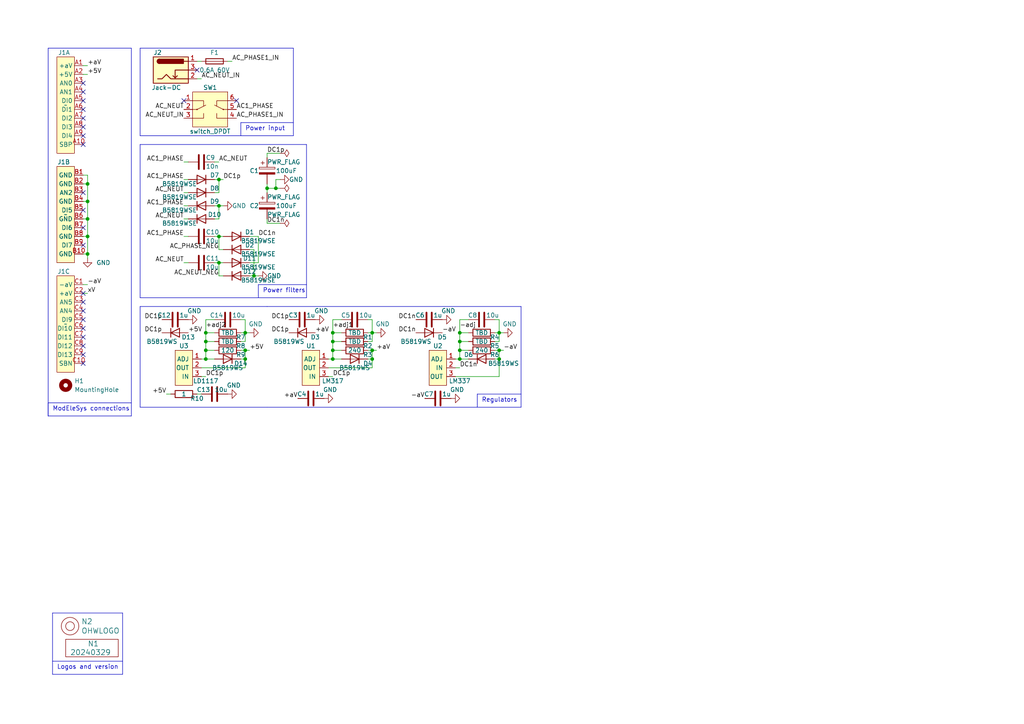
<source format=kicad_sch>
(kicad_sch (version 20230121) (generator eeschema)
  (paper "A4")
  (lib_symbols
    (symbol "Connector:Barrel_Jack_Switch" (pin_names hide)
      (property "Reference" "J" (at 0 5.334 0))
      (property "Value" "Barrel_Jack_Switch" (at 0 -5.08 0))
      (symbol "Barrel_Jack_Switch_0_1"
        (rectangle (start -5.08 3.81) (end 5.08 -3.81) (stroke (width 0.254)) (fill (type background)))
        (arc (start -3.302 3.175) (mid -3.9343 2.54) (end -3.302 1.905) (stroke (width 0.254)))
        (arc (start -3.302 3.175) (mid -3.9343 2.54) (end -3.302 1.905) (stroke (width 0.254)) (fill (type outline)))
        (polyline (pts (xy 1.27 -2.286) (xy 1.905 -1.651)) (stroke (width 0.254)))
        (polyline (pts (xy 5.08 2.54) (xy 3.81 2.54)) (stroke (width 0.254)))
        (polyline (pts (xy 5.08 0) (xy 1.27 0) (xy 1.27 -2.286) (xy 0.635 -1.651)) (stroke (width 0.254)))
        (polyline (pts (xy -3.81 -2.54) (xy -2.54 -2.54) (xy -1.27 -1.27) (xy 0 -2.54) (xy 2.54 -2.54) (xy 5.08 -2.54)) (stroke (width 0.254)))
        (rectangle (start 3.683 3.175) (end -3.302 1.905) (stroke (width 0.254)) (fill (type outline)))
      )
      (symbol "Barrel_Jack_Switch_1_1"
        (pin passive line (at 7.62 2.54 180) (length 2.54) (name "~") (number "1"))
        (pin passive line (at 7.62 -2.54 180) (length 2.54) (name "~") (number "2"))
        (pin passive line (at 7.62 0 180) (length 2.54) (name "~") (number "3"))
      )
    )
    (symbol "Device:C" (pin_numbers hide) (pin_names (offset 0.254))
      (property "Reference" "C" (at 0.635 2.54 0))
      (property "Value" "C" (at 0.635 -2.54 0))
      (symbol "C_0_1"
        (polyline (pts (xy -2.032 -0.762) (xy 2.032 -0.762)) (stroke (width 0.508)))
        (polyline (pts (xy -2.032 0.762) (xy 2.032 0.762)) (stroke (width 0.508)))
      )
      (symbol "C_1_1"
        (pin passive line (at 0 3.81 270) (length 2.794) (name "~") (number "1"))
        (pin passive line (at 0 -3.81 90) (length 2.794) (name "~") (number "2"))
      )
    )
    (symbol "Device:C_Polarized" (pin_numbers hide) (pin_names (offset 0.254))
      (property "Reference" "C" (at 0.635 2.54 0))
      (property "Value" "C_Polarized" (at 0.635 -2.54 0))
      (symbol "C_Polarized_0_1"
        (rectangle (start -2.286 0.508) (end 2.286 1.016))
        (polyline (pts (xy -1.778 2.286) (xy -0.762 2.286)))
        (polyline (pts (xy -1.27 2.794) (xy -1.27 1.778)))
        (rectangle (start 2.286 -0.508) (end -2.286 -1.016) (fill (type outline)))
      )
      (symbol "C_Polarized_1_1"
        (pin passive line (at 0 3.81 270) (length 2.794) (name "~") (number "1"))
        (pin passive line (at 0 -3.81 90) (length 2.794) (name "~") (number "2"))
      )
    )
    (symbol "Device:D" (pin_numbers hide) (pin_names (offset 1.016) hide)
      (property "Reference" "D" (at 0 2.54 0))
      (property "Value" "D" (at 0 -2.54 0))
      (symbol "D_0_1"
        (polyline (pts (xy -1.27 1.27) (xy -1.27 -1.27)) (stroke (width 0.254)))
        (polyline (pts (xy 1.27 0) (xy -1.27 0)))
        (polyline (pts (xy 1.27 1.27) (xy 1.27 -1.27) (xy -1.27 0) (xy 1.27 1.27)) (stroke (width 0.254)))
      )
      (symbol "D_1_1"
        (pin passive line (at -3.81 0 0) (length 2.54) (name "K") (number "1"))
        (pin passive line (at 3.81 0 180) (length 2.54) (name "A") (number "2"))
      )
    )
    (symbol "Device:Fuse" (pin_numbers hide) (pin_names (offset 0))
      (property "Reference" "F" (at 2.032 0 90))
      (property "Value" "Fuse" (at -1.905 0 90))
      (symbol "Fuse_0_1"
        (rectangle (start -0.762 -2.54) (end 0.762 2.54) (stroke (width 0.254)))
        (polyline (pts (xy 0 2.54) (xy 0 -2.54)))
      )
      (symbol "Fuse_1_1"
        (pin passive line (at 0 3.81 270) (length 1.27) (name "~") (number "1"))
        (pin passive line (at 0 -3.81 90) (length 1.27) (name "~") (number "2"))
      )
    )
    (symbol "Device:R" (pin_numbers hide) (pin_names (offset 0))
      (property "Reference" "R" (at 2.032 0 90))
      (property "Value" "R" (at 0 0 90))
      (symbol "R_0_1"
        (rectangle (start -1.016 -2.54) (end 1.016 2.54) (stroke (width 0.254)))
      )
      (symbol "R_1_1"
        (pin passive line (at 0 3.81 270) (length 1.27) (name "~") (number "1"))
        (pin passive line (at 0 -3.81 90) (length 1.27) (name "~") (number "2"))
      )
    )
    (symbol "Mechanical:MountingHole" (pin_names (offset 1.016))
      (property "Reference" "H" (at 0 5.08 0))
      (property "Value" "MountingHole" (at 0 3.175 0))
      (symbol "MountingHole_0_1"
        (circle (center 0 0) (radius 1.27) (stroke (width 1.27)))
      )
    )
    (symbol "SquMes_30pin_1"
      (property "Reference" "J" (at 0 15.24 0))
      (symbol "SquMes_30pin_1_1_1"
        (rectangle (start -2.54 13.97) (end 2.54 -13.97) (fill (type background)))
        (pin passive line (at -5.08 11.43 0) (length 2.54) (name "+aV") (number "A1"))
        (pin passive line (at -5.08 -11.43 0) (length 2.54) (name "SBP") (number "A10"))
        (pin passive line (at -5.08 8.89 0) (length 2.54) (name "+5V") (number "A2"))
        (pin passive line (at -5.08 6.35 0) (length 2.54) (name "AN0") (number "A3"))
        (pin passive line (at -5.08 3.81 0) (length 2.54) (name "AN1") (number "A4"))
        (pin passive line (at -5.08 1.27 0) (length 2.54) (name "DI0") (number "A5"))
        (pin passive line (at -5.08 -1.27 0) (length 2.54) (name "DI1") (number "A6"))
        (pin passive line (at -5.08 -3.81 0) (length 2.54) (name "DI2") (number "A7"))
        (pin passive line (at -5.08 -6.35 0) (length 2.54) (name "DI3") (number "A8"))
        (pin passive line (at -5.08 -8.89 0) (length 2.54) (name "DI4") (number "A9"))
      )
      (symbol "SquMes_30pin_1_2_1"
        (rectangle (start -2.54 13.97) (end 2.54 -13.97) (fill (type background)))
        (pin passive line (at -5.08 11.43 0) (length 2.54) (name "GND") (number "B1"))
        (pin passive line (at -5.08 -11.43 0) (length 2.54) (name "GND") (number "B10"))
        (pin passive line (at -5.08 8.89 0) (length 2.54) (name "GND") (number "B2"))
        (pin passive line (at -5.08 6.35 0) (length 2.54) (name "AN2") (number "B3"))
        (pin passive line (at -5.08 3.81 0) (length 2.54) (name "GND") (number "B4"))
        (pin passive line (at -5.08 1.27 0) (length 2.54) (name "DI5") (number "B5"))
        (pin passive line (at -5.08 -1.27 0) (length 2.54) (name "GND") (number "B6"))
        (pin passive line (at -5.08 -3.81 0) (length 2.54) (name "DI6") (number "B7"))
        (pin passive line (at -5.08 -6.35 0) (length 2.54) (name "GND") (number "B8"))
        (pin passive line (at -5.08 -8.89 0) (length 2.54) (name "DI7") (number "B9"))
      )
      (symbol "SquMes_30pin_1_3_1"
        (rectangle (start -2.54 13.97) (end 2.54 -13.97) (fill (type background)))
        (pin passive line (at -5.08 11.43 0) (length 2.54) (name "-aV") (number "C1"))
        (pin passive line (at -5.08 -11.43 0) (length 2.54) (name "SBN") (number "C10"))
        (pin passive line (at -5.08 8.89 0) (length 2.54) (name "+aV") (number "C2"))
        (pin passive line (at -5.08 6.35 0) (length 2.54) (name "AN5") (number "C3"))
        (pin passive line (at -5.08 3.81 0) (length 2.54) (name "AN4") (number "C4"))
        (pin passive line (at -5.08 1.27 0) (length 2.54) (name "DI9") (number "C5"))
        (pin passive line (at -5.08 -1.27 0) (length 2.54) (name "DI10") (number "C6"))
        (pin passive line (at -5.08 -3.81 0) (length 2.54) (name "DI11") (number "C7"))
        (pin passive line (at -5.08 -6.35 0) (length 2.54) (name "DI12") (number "C8"))
        (pin passive line (at -5.08 -8.89 0) (length 2.54) (name "DI13") (number "C9"))
      )
    )
    (symbol "SquMes_30pin_2"
      (property "Reference" "J" (at 0 15.24 0))
      (symbol "SquMes_30pin_2_1_1"
        (rectangle (start -2.54 13.97) (end 2.54 -13.97) (fill (type background)))
        (pin passive line (at -5.08 11.43 0) (length 2.54) (name "+aV") (number "A1"))
        (pin passive line (at -5.08 -11.43 0) (length 2.54) (name "SBP") (number "A10"))
        (pin passive line (at -5.08 8.89 0) (length 2.54) (name "+5V") (number "A2"))
        (pin passive line (at -5.08 6.35 0) (length 2.54) (name "AN0") (number "A3"))
        (pin passive line (at -5.08 3.81 0) (length 2.54) (name "AN1") (number "A4"))
        (pin passive line (at -5.08 1.27 0) (length 2.54) (name "DI0") (number "A5"))
        (pin passive line (at -5.08 -1.27 0) (length 2.54) (name "DI1") (number "A6"))
        (pin passive line (at -5.08 -3.81 0) (length 2.54) (name "DI2") (number "A7"))
        (pin passive line (at -5.08 -6.35 0) (length 2.54) (name "DI3") (number "A8"))
        (pin passive line (at -5.08 -8.89 0) (length 2.54) (name "DI4") (number "A9"))
      )
      (symbol "SquMes_30pin_2_2_1"
        (rectangle (start -2.54 13.97) (end 2.54 -13.97) (fill (type background)))
        (pin passive line (at -5.08 11.43 0) (length 2.54) (name "GND") (number "B1"))
        (pin passive line (at -5.08 -11.43 0) (length 2.54) (name "GND") (number "B10"))
        (pin passive line (at -5.08 8.89 0) (length 2.54) (name "GND") (number "B2"))
        (pin passive line (at -5.08 6.35 0) (length 2.54) (name "AN2") (number "B3"))
        (pin passive line (at -5.08 3.81 0) (length 2.54) (name "GND") (number "B4"))
        (pin passive line (at -5.08 1.27 0) (length 2.54) (name "DI5") (number "B5"))
        (pin passive line (at -5.08 -1.27 0) (length 2.54) (name "GND") (number "B6"))
        (pin passive line (at -5.08 -3.81 0) (length 2.54) (name "DI6") (number "B7"))
        (pin passive line (at -5.08 -6.35 0) (length 2.54) (name "GND") (number "B8"))
        (pin passive line (at -5.08 -8.89 0) (length 2.54) (name "DI7") (number "B9"))
      )
      (symbol "SquMes_30pin_2_3_1"
        (rectangle (start -2.54 13.97) (end 2.54 -13.97) (fill (type background)))
        (pin passive line (at -5.08 11.43 0) (length 2.54) (name "-aV") (number "C1"))
        (pin passive line (at -5.08 -11.43 0) (length 2.54) (name "SBN") (number "C10"))
        (pin passive line (at -5.08 8.89 0) (length 2.54) (name "+aV") (number "C2"))
        (pin passive line (at -5.08 6.35 0) (length 2.54) (name "AN5") (number "C3"))
        (pin passive line (at -5.08 3.81 0) (length 2.54) (name "AN4") (number "C4"))
        (pin passive line (at -5.08 1.27 0) (length 2.54) (name "DI9") (number "C5"))
        (pin passive line (at -5.08 -1.27 0) (length 2.54) (name "DI10") (number "C6"))
        (pin passive line (at -5.08 -3.81 0) (length 2.54) (name "DI11") (number "C7"))
        (pin passive line (at -5.08 -6.35 0) (length 2.54) (name "DI12") (number "C8"))
        (pin passive line (at -5.08 -8.89 0) (length 2.54) (name "DI13") (number "C9"))
      )
    )
    (symbol "SquantorConnectorsNamed:SquMes_30pin"
      (property "Reference" "J" (at 0 15.24 0))
      (symbol "SquMes_30pin_1_1"
        (rectangle (start -2.54 13.97) (end 2.54 -13.97) (fill (type background)))
        (pin passive line (at -5.08 11.43 0) (length 2.54) (name "+aV") (number "A1"))
        (pin passive line (at -5.08 -11.43 0) (length 2.54) (name "SBP") (number "A10"))
        (pin passive line (at -5.08 8.89 0) (length 2.54) (name "+5V") (number "A2"))
        (pin passive line (at -5.08 6.35 0) (length 2.54) (name "AN0") (number "A3"))
        (pin passive line (at -5.08 3.81 0) (length 2.54) (name "AN1") (number "A4"))
        (pin passive line (at -5.08 1.27 0) (length 2.54) (name "DI0") (number "A5"))
        (pin passive line (at -5.08 -1.27 0) (length 2.54) (name "DI1") (number "A6"))
        (pin passive line (at -5.08 -3.81 0) (length 2.54) (name "DI2") (number "A7"))
        (pin passive line (at -5.08 -6.35 0) (length 2.54) (name "DI3") (number "A8"))
        (pin passive line (at -5.08 -8.89 0) (length 2.54) (name "DI4") (number "A9"))
      )
      (symbol "SquMes_30pin_2_1"
        (rectangle (start -2.54 13.97) (end 2.54 -13.97) (fill (type background)))
        (pin passive line (at -5.08 11.43 0) (length 2.54) (name "GND") (number "B1"))
        (pin passive line (at -5.08 -11.43 0) (length 2.54) (name "GND") (number "B10"))
        (pin passive line (at -5.08 8.89 0) (length 2.54) (name "GND") (number "B2"))
        (pin passive line (at -5.08 6.35 0) (length 2.54) (name "AN2") (number "B3"))
        (pin passive line (at -5.08 3.81 0) (length 2.54) (name "GND") (number "B4"))
        (pin passive line (at -5.08 1.27 0) (length 2.54) (name "DI5") (number "B5"))
        (pin passive line (at -5.08 -1.27 0) (length 2.54) (name "GND") (number "B6"))
        (pin passive line (at -5.08 -3.81 0) (length 2.54) (name "DI6") (number "B7"))
        (pin passive line (at -5.08 -6.35 0) (length 2.54) (name "GND") (number "B8"))
        (pin passive line (at -5.08 -8.89 0) (length 2.54) (name "DI7") (number "B9"))
      )
      (symbol "SquMes_30pin_3_1"
        (rectangle (start -2.54 13.97) (end 2.54 -13.97) (fill (type background)))
        (pin passive line (at -5.08 11.43 0) (length 2.54) (name "-aV") (number "C1"))
        (pin passive line (at -5.08 -11.43 0) (length 2.54) (name "SBN") (number "C10"))
        (pin passive line (at -5.08 8.89 0) (length 2.54) (name "+aV") (number "C2"))
        (pin passive line (at -5.08 6.35 0) (length 2.54) (name "AN5") (number "C3"))
        (pin passive line (at -5.08 3.81 0) (length 2.54) (name "AN4") (number "C4"))
        (pin passive line (at -5.08 1.27 0) (length 2.54) (name "DI9") (number "C5"))
        (pin passive line (at -5.08 -1.27 0) (length 2.54) (name "DI10") (number "C6"))
        (pin passive line (at -5.08 -3.81 0) (length 2.54) (name "DI11") (number "C7"))
        (pin passive line (at -5.08 -6.35 0) (length 2.54) (name "DI12") (number "C8"))
        (pin passive line (at -5.08 -8.89 0) (length 2.54) (name "DI13") (number "C9"))
      )
    )
    (symbol "SquantorGenericAnalog:LM317" (pin_names (offset 1.016))
      (property "Reference" "U" (at 0 6.35 0))
      (property "Value" "LM317" (at 0 -6.35 0))
      (symbol "LM317_0_1"
        (polyline (pts (xy -2.54 5.08) (xy -2.54 -5.08) (xy 2.54 -5.08) (xy 2.54 5.08) (xy -2.54 5.08)) (fill (type background)))
      )
      (symbol "LM317_1_1"
        (pin input line (at -5.08 2.54 0) (length 2.54) (name "ADJ") (number "1"))
        (pin power_out line (at -5.08 0 0) (length 2.54) (name "OUT") (number "2"))
        (pin power_in line (at -5.08 -2.54 0) (length 2.54) (name "IN") (number "3"))
      )
    )
    (symbol "SquantorGenericAnalog:LM337" (pin_names (offset 1.016))
      (property "Reference" "U" (at 0 6.35 0))
      (property "Value" "LM337" (at 0 -6.35 0))
      (symbol "LM337_0_1"
        (polyline (pts (xy -2.54 5.08) (xy -2.54 -5.08) (xy 2.54 -5.08) (xy 2.54 5.08) (xy -2.54 5.08)) (fill (type background)))
      )
      (symbol "LM337_1_1"
        (pin input line (at -5.08 2.54 0) (length 2.54) (name "ADJ") (number "1"))
        (pin power_in line (at -5.08 0 0) (length 2.54) (name "IN") (number "2"))
        (pin power_out line (at -5.08 -2.54 0) (length 2.54) (name "OUT") (number "3"))
      )
    )
    (symbol "SquantorLabels:OHWLOGO" (pin_names (offset 1.016))
      (property "Reference" "N" (at 0 3.81 0))
      (property "Value" "OHWLOGO" (at 0 -3.81 0))
      (symbol "OHWLOGO_0_1"
        (circle (center 0 0) (radius 1.27))
        (circle (center 0 0) (radius 2.54))
      )
    )
    (symbol "SquantorLabels:VYYYYMMDD" (pin_names (offset 1.016))
      (property "Reference" "N" (at 0 2.54 0))
      (property "Value" "VYYYYMMDD" (at 0 0 0))
      (symbol "VYYYYMMDD_0_1"
        (rectangle (start 7.62 -1.27) (end -7.62 3.81))
      )
    )
    (symbol "SquantorSwitches:switch_DPDT" (pin_names hide)
      (property "Reference" "SW" (at 0 12.7 0))
      (property "Value" "switch_DPDT" (at 0 -10.795 0))
      (symbol "switch_DPDT_0_1"
        (rectangle (start -5.08 5.08) (end 5.08 -5.08) (fill (type background)))
        (circle (center -3.81 0) (radius 0.127))
        (polyline (pts (xy 4.445 5.08) (xy 4.445 5.08)))
        (polyline (pts (xy -5.08 -2.54) (xy -1.905 -2.54) (xy -1.905 -1.143)))
        (polyline (pts (xy -5.08 0) (xy -3.81 0) (xy -1.27 1.27)))
        (polyline (pts (xy -5.08 2.54) (xy -1.905 2.54) (xy -1.905 1.016)))
        (polyline (pts (xy 5.08 -2.54) (xy 1.905 -2.54) (xy 1.905 -1.143)))
        (polyline (pts (xy 5.08 0) (xy 3.81 0) (xy 1.27 1.27)))
        (polyline (pts (xy 5.08 2.54) (xy 1.905 2.54) (xy 1.905 1.016)))
        (circle (center 3.81 0) (radius 0.127))
        (rectangle (start 5.08 5.08) (end 5.08 5.08) (fill (type background)))
      )
      (symbol "switch_DPDT_1_1"
        (pin passive line (at -7.62 2.54 0) (length 2.54) (name "SW1_P1") (number "1"))
        (pin passive line (at -7.62 0 0) (length 2.54) (name "SW1_C1") (number "2"))
        (pin passive line (at -7.62 -2.54 0) (length 2.54) (name "SW1_P2") (number "3"))
        (pin passive line (at 7.62 -2.54 180) (length 2.54) (name "SW2_P2") (number "4"))
        (pin passive line (at 7.62 0 180) (length 2.54) (name "SW2_C1") (number "5"))
        (pin passive line (at 7.62 2.54 180) (length 2.54) (name "SW2_P2") (number "6"))
      )
    )
    (symbol "power:GND" (power) (pin_names (offset 0))
      (property "Value" "GND" (at 0 -3.81 0))
      (symbol "GND_0_1"
        (polyline (pts (xy 0 0) (xy 0 -1.27) (xy 1.27 -1.27) (xy 0 -2.54) (xy -1.27 -1.27) (xy 0 -1.27)))
      )
      (symbol "GND_1_1"
        (pin power_in line (at 0 0 270) (length 0) hide (name "GND") (number "1"))
      )
    )
    (symbol "power:PWR_FLAG" (power) (pin_numbers hide) (pin_names (offset 0) hide)
      (property "Value" "PWR_FLAG" (at 0 3.81 0))
      (symbol "PWR_FLAG_0_0"
        (pin power_out line (at 0 0 90) (length 0) (name "pwr") (number "1"))
      )
      (symbol "PWR_FLAG_0_1"
        (polyline (pts (xy 0 0) (xy 0 1.27) (xy -1.016 1.905) (xy 0 2.54) (xy 1.016 1.905) (xy 0 1.27)))
      )
    )
  )
  (junction (at 107.95 101.6))
  (junction (at 71.12 101.6))
  (junction (at 107.95 96.52))
  (junction (at 59.69 96.52))
  (junction (at 25.4 53.34))
  (junction (at 73.66 80.01))
  (junction (at 133.35 101.6))
  (junction (at 144.78 96.52))
  (junction (at 63.5 52.07))
  (junction (at 25.4 58.42))
  (junction (at 59.69 99.06))
  (junction (at 96.52 99.06))
  (junction (at 77.47 54.61))
  (junction (at 63.5 76.2))
  (junction (at 80.01 54.61))
  (junction (at 63.5 68.58))
  (junction (at 144.78 101.6))
  (junction (at 133.35 96.52))
  (junction (at 144.78 104.14))
  (junction (at 25.4 68.58))
  (junction (at 59.69 104.14))
  (junction (at 71.12 96.52))
  (junction (at 133.35 104.14))
  (junction (at 107.95 104.14))
  (junction (at 59.69 101.6))
  (junction (at 63.5 59.69))
  (junction (at 96.52 96.52))
  (junction (at 133.35 99.06))
  (junction (at 25.4 73.66))
  (junction (at 96.52 101.6))
  (junction (at 96.52 104.14))
  (junction (at 71.12 104.14))
  (junction (at 25.4 63.5))
  (no_connect (at 24.13 60.96))
  (no_connect (at 24.13 34.29))
  (no_connect (at 24.13 36.83))
  (no_connect (at 24.13 29.21))
  (no_connect (at 24.13 41.91))
  (no_connect (at 68.58 29.21))
  (no_connect (at 24.13 31.75))
  (no_connect (at 24.13 24.13))
  (no_connect (at 24.13 55.88))
  (no_connect (at 24.13 66.04))
  (no_connect (at 57.15 20.32))
  (no_connect (at 24.13 100.33))
  (no_connect (at 24.13 97.79))
  (no_connect (at 24.13 95.25))
  (no_connect (at 24.13 26.67))
  (no_connect (at 24.13 90.17))
  (no_connect (at 24.13 71.12))
  (no_connect (at 24.13 105.41))
  (no_connect (at 24.13 39.37))
  (no_connect (at 24.13 92.71))
  (no_connect (at 53.34 29.21))
  (no_connect (at 24.13 87.63))
  (no_connect (at 24.13 102.87))
  (no_connect (at 24.13 85.09))
  (wire (pts (xy 62.23 92.71) (xy 59.69 92.71)))
  (polyline (pts (xy 13.97 116.84) (xy 13.97 120.65)))
  (wire (pts (xy 62.23 96.52) (xy 59.69 96.52)))
  (polyline (pts (xy 88.9 41.91) (xy 40.64 41.91)))
  (wire (pts (xy 71.12 104.14) (xy 71.12 101.6)))
  (wire (pts (xy 107.95 96.52) (xy 107.95 92.71)))
  (wire (pts (xy 53.34 52.07) (xy 54.61 52.07)))
  (wire (pts (xy 133.35 92.71) (xy 133.35 96.52)))
  (wire (pts (xy 77.47 54.61) (xy 80.01 54.61)))
  (wire (pts (xy 96.52 101.6) (xy 99.06 101.6)))
  (polyline (pts (xy 40.64 118.11) (xy 77.47 118.11)))
  (wire (pts (xy 71.12 99.06) (xy 71.12 96.52)))
  (wire (pts (xy 48.26 114.3) (xy 49.53 114.3)))
  (wire (pts (xy 106.68 101.6) (xy 107.95 101.6)))
  (wire (pts (xy 63.5 52.07) (xy 64.77 52.07)))
  (wire (pts (xy 99.06 104.14) (xy 96.52 104.14)))
  (wire (pts (xy 63.5 59.69) (xy 63.5 63.5)))
  (wire (pts (xy 71.12 96.52) (xy 71.12 92.71)))
  (wire (pts (xy 132.08 106.68) (xy 133.35 106.68)))
  (polyline (pts (xy 40.64 86.36) (xy 88.9 86.36)))
  (wire (pts (xy 77.47 44.45) (xy 77.47 45.72)))
  (wire (pts (xy 144.78 92.71) (xy 143.51 92.71)))
  (wire (pts (xy 107.95 92.71) (xy 106.68 92.71)))
  (wire (pts (xy 62.23 59.69) (xy 63.5 59.69)))
  (wire (pts (xy 24.13 21.59) (xy 25.4 21.59)))
  (wire (pts (xy 77.47 53.34) (xy 77.47 54.61)))
  (polyline (pts (xy 85.09 13.97) (xy 40.64 13.97)))
  (wire (pts (xy 133.35 99.06) (xy 133.35 101.6)))
  (wire (pts (xy 53.34 63.5) (xy 54.61 63.5)))
  (wire (pts (xy 71.12 101.6) (xy 72.39 101.6)))
  (wire (pts (xy 77.47 54.61) (xy 77.47 55.88)))
  (polyline (pts (xy 15.24 177.8) (xy 15.24 195.58)))
  (wire (pts (xy 77.47 63.5) (xy 77.47 64.77)))
  (wire (pts (xy 25.4 73.66) (xy 25.4 74.93)))
  (wire (pts (xy 59.69 99.06) (xy 59.69 101.6)))
  (polyline (pts (xy 35.56 177.8) (xy 15.24 177.8)))
  (wire (pts (xy 62.23 76.2) (xy 63.5 76.2)))
  (wire (pts (xy 53.34 59.69) (xy 54.61 59.69)))
  (wire (pts (xy 24.13 73.66) (xy 25.4 73.66)))
  (wire (pts (xy 25.4 68.58) (xy 25.4 73.66)))
  (polyline (pts (xy 88.9 86.36) (xy 88.9 41.91)))
  (wire (pts (xy 63.5 55.88) (xy 63.5 52.07)))
  (polyline (pts (xy 38.1 120.65) (xy 38.1 13.97)))
  (wire (pts (xy 144.78 101.6) (xy 146.05 101.6)))
  (wire (pts (xy 57.15 114.3) (xy 58.42 114.3)))
  (polyline (pts (xy 85.09 35.56) (xy 69.85 35.56)))
  (wire (pts (xy 58.42 109.22) (xy 59.69 109.22)))
  (wire (pts (xy 96.52 92.71) (xy 96.52 96.52)))
  (wire (pts (xy 63.5 68.58) (xy 63.5 72.39)))
  (wire (pts (xy 106.68 104.14) (xy 107.95 104.14)))
  (polyline (pts (xy 151.13 114.3) (xy 138.43 114.3)))
  (wire (pts (xy 71.12 92.71) (xy 69.85 92.71)))
  (wire (pts (xy 73.66 72.39) (xy 73.66 80.01)))
  (wire (pts (xy 62.23 104.14) (xy 59.69 104.14)))
  (wire (pts (xy 143.51 101.6) (xy 144.78 101.6)))
  (wire (pts (xy 99.06 92.71) (xy 96.52 92.71)))
  (wire (pts (xy 96.52 104.14) (xy 96.52 101.6)))
  (wire (pts (xy 99.06 96.52) (xy 96.52 96.52)))
  (wire (pts (xy 24.13 19.05) (xy 25.4 19.05)))
  (wire (pts (xy 64.77 80.01) (xy 63.5 80.01)))
  (wire (pts (xy 25.4 53.34) (xy 25.4 58.42)))
  (wire (pts (xy 25.4 63.5) (xy 25.4 68.58)))
  (wire (pts (xy 71.12 104.14) (xy 71.12 106.68)))
  (wire (pts (xy 63.5 59.69) (xy 64.77 59.69)))
  (polyline (pts (xy 13.97 120.65) (xy 38.1 120.65)))
  (wire (pts (xy 107.95 104.14) (xy 107.95 106.68)))
  (polyline (pts (xy 69.85 35.56) (xy 69.85 39.37)))
  (wire (pts (xy 24.13 85.09) (xy 25.4 85.09)))
  (wire (pts (xy 62.23 68.58) (xy 63.5 68.58)))
  (wire (pts (xy 95.25 104.14) (xy 96.52 104.14)))
  (wire (pts (xy 57.15 17.78) (xy 58.42 17.78)))
  (wire (pts (xy 72.39 72.39) (xy 73.66 72.39)))
  (polyline (pts (xy 40.64 41.91) (xy 40.64 86.36)))
  (polyline (pts (xy 151.13 88.9) (xy 151.13 118.11)))
  (wire (pts (xy 69.85 99.06) (xy 71.12 99.06)))
  (wire (pts (xy 107.95 101.6) (xy 109.22 101.6)))
  (polyline (pts (xy 40.64 88.9) (xy 40.64 118.11)))
  (wire (pts (xy 96.52 99.06) (xy 96.52 101.6)))
  (wire (pts (xy 24.13 58.42) (xy 25.4 58.42)))
  (wire (pts (xy 106.68 99.06) (xy 107.95 99.06)))
  (wire (pts (xy 24.13 50.8) (xy 25.4 50.8)))
  (wire (pts (xy 77.47 64.77) (xy 81.28 64.77)))
  (wire (pts (xy 25.4 58.42) (xy 25.4 63.5)))
  (wire (pts (xy 144.78 96.52) (xy 144.78 92.71)))
  (wire (pts (xy 107.95 104.14) (xy 107.95 101.6)))
  (polyline (pts (xy 77.47 88.9) (xy 40.64 88.9)))
  (wire (pts (xy 58.42 106.68) (xy 71.12 106.68)))
  (wire (pts (xy 135.89 96.52) (xy 133.35 96.52)))
  (polyline (pts (xy 138.43 114.3) (xy 138.43 118.11)))
  (wire (pts (xy 133.35 99.06) (xy 135.89 99.06)))
  (polyline (pts (xy 38.1 116.84) (xy 13.97 116.84)))
  (wire (pts (xy 59.69 101.6) (xy 62.23 101.6)))
  (wire (pts (xy 57.15 22.86) (xy 58.42 22.86)))
  (wire (pts (xy 144.78 99.06) (xy 144.78 96.52)))
  (wire (pts (xy 63.5 68.58) (xy 64.77 68.58)))
  (wire (pts (xy 63.5 76.2) (xy 64.77 76.2)))
  (wire (pts (xy 24.13 68.58) (xy 25.4 68.58)))
  (wire (pts (xy 132.08 104.14) (xy 133.35 104.14)))
  (wire (pts (xy 81.28 52.07) (xy 80.01 52.07)))
  (wire (pts (xy 25.4 50.8) (xy 25.4 53.34)))
  (wire (pts (xy 95.25 106.68) (xy 107.95 106.68)))
  (wire (pts (xy 143.51 99.06) (xy 144.78 99.06)))
  (wire (pts (xy 53.34 55.88) (xy 54.61 55.88)))
  (wire (pts (xy 132.08 109.22) (xy 144.78 109.22)))
  (polyline (pts (xy 77.47 88.9) (xy 151.13 88.9)))
  (polyline (pts (xy 85.09 39.37) (xy 85.09 13.97)))
  (wire (pts (xy 133.35 96.52) (xy 133.35 99.06)))
  (wire (pts (xy 135.89 92.71) (xy 133.35 92.71)))
  (wire (pts (xy 69.85 104.14) (xy 71.12 104.14)))
  (wire (pts (xy 63.5 80.01) (xy 63.5 76.2)))
  (wire (pts (xy 62.23 63.5) (xy 63.5 63.5)))
  (polyline (pts (xy 35.56 195.58) (xy 35.56 177.8)))
  (polyline (pts (xy 15.24 195.58) (xy 35.56 195.58)))
  (wire (pts (xy 74.93 68.58) (xy 74.93 76.2)))
  (polyline (pts (xy 13.97 13.97) (xy 13.97 120.65)))
  (wire (pts (xy 77.47 44.45) (xy 81.28 44.45)))
  (polyline (pts (xy 40.64 13.97) (xy 40.64 39.37)))
  (wire (pts (xy 144.78 104.14) (xy 144.78 101.6)))
  (wire (pts (xy 62.23 46.99) (xy 63.5 46.99)))
  (polyline (pts (xy 151.13 118.11) (xy 77.47 118.11)))
  (wire (pts (xy 69.85 96.52) (xy 71.12 96.52)))
  (wire (pts (xy 96.52 96.52) (xy 96.52 99.06)))
  (wire (pts (xy 107.95 99.06) (xy 107.95 96.52)))
  (wire (pts (xy 58.42 104.14) (xy 59.69 104.14)))
  (wire (pts (xy 72.39 68.58) (xy 74.93 68.58)))
  (wire (pts (xy 143.51 96.52) (xy 144.78 96.52)))
  (wire (pts (xy 69.85 101.6) (xy 71.12 101.6)))
  (wire (pts (xy 24.13 63.5) (xy 25.4 63.5)))
  (wire (pts (xy 24.13 53.34) (xy 25.4 53.34)))
  (wire (pts (xy 53.34 68.58) (xy 54.61 68.58)))
  (wire (pts (xy 59.69 96.52) (xy 59.69 99.06)))
  (wire (pts (xy 71.12 96.52) (xy 72.39 96.52)))
  (wire (pts (xy 144.78 104.14) (xy 144.78 109.22)))
  (wire (pts (xy 95.25 109.22) (xy 96.52 109.22)))
  (wire (pts (xy 133.35 101.6) (xy 135.89 101.6)))
  (wire (pts (xy 73.66 80.01) (xy 74.93 80.01)))
  (wire (pts (xy 63.5 72.39) (xy 64.77 72.39)))
  (polyline (pts (xy 74.93 82.55) (xy 74.93 86.36)))
  (wire (pts (xy 80.01 54.61) (xy 81.28 54.61)))
  (wire (pts (xy 62.23 52.07) (xy 63.5 52.07)))
  (wire (pts (xy 107.95 96.52) (xy 109.22 96.52)))
  (wire (pts (xy 72.39 80.01) (xy 73.66 80.01)))
  (wire (pts (xy 24.13 82.55) (xy 25.4 82.55)))
  (wire (pts (xy 133.35 104.14) (xy 133.35 101.6)))
  (wire (pts (xy 143.51 104.14) (xy 144.78 104.14)))
  (wire (pts (xy 135.89 104.14) (xy 133.35 104.14)))
  (polyline (pts (xy 88.9 82.55) (xy 74.93 82.55)))
  (wire (pts (xy 59.69 104.14) (xy 59.69 101.6)))
  (polyline (pts (xy 40.64 39.37) (xy 85.09 39.37)))
  (wire (pts (xy 59.69 92.71) (xy 59.69 96.52)))
  (wire (pts (xy 144.78 96.52) (xy 146.05 96.52)))
  (polyline (pts (xy 15.24 191.77) (xy 35.56 191.77)))
  (polyline (pts (xy 38.1 13.97) (xy 13.97 13.97)))
  (wire (pts (xy 53.34 46.99) (xy 54.61 46.99)))
  (wire (pts (xy 106.68 96.52) (xy 107.95 96.52)))
  (wire (pts (xy 59.69 99.06) (xy 62.23 99.06)))
  (wire (pts (xy 96.52 99.06) (xy 99.06 99.06)))
  (wire (pts (xy 53.34 76.2) (xy 54.61 76.2)))
  (wire (pts (xy 66.04 17.78) (xy 67.31 17.78)))
  (wire (pts (xy 80.01 52.07) (xy 80.01 54.61)))
  (wire (pts (xy 62.23 55.88) (xy 63.5 55.88)))
  (wire (pts (xy 72.39 76.2) (xy 74.93 76.2)))
  (text "ModEleSys connections" (at 15.24 119.38 0) (effects (font (size 1.27 1.27)) (justify left bottom)))
  (text "Logos and version" (at 16.51 194.31 0) (effects (font (size 1.27 1.27)) (justify left bottom)))
  (text "Power filters" (at 76.2 85.09 0) (effects (font (size 1.27 1.27)) (justify left bottom)))
  (text "Power input" (at 71.12 38.1 0) (effects (font (size 1.27 1.27)) (justify left bottom)))
  (text "Regulators" (at 139.7 116.84 0) (effects (font (size 1.27 1.27)) (justify left bottom)))
  (label "+adj2" (at 59.69 95.25 0))
  (label "+aV" (at 25.4 19.05 0))
  (label "+aV" (at 109.22 101.6 0))
  (label "AC_NEUT_IN" (at 53.34 34.29 180))
  (label "AC_NEUT" (at 63.5 46.99 0))
  (label "DC1p" (at 64.77 52.07 0))
  (label "AC_NEUT" (at 53.34 55.88 180))
  (label "DC1p" (at 77.47 44.45 0))
  (label "DC1p" (at 96.52 109.22 0))
  (label "AC1_PHASE" (at 53.34 52.07 180))
  (label "AC_NEUT_NEG" (at 63.5 80.01 180))
  (label "DC1n" (at 133.35 106.68 0))
  (label "AC_NEUT" (at 53.34 76.2 180))
  (label "AC1_PHASE" (at 53.34 46.99 180))
  (label "+5V" (at 25.4 21.59 0))
  (label "+5V" (at 48.26 114.3 180))
  (label "DC1p" (at 46.99 92.71 180))
  (label "-aV" (at 146.05 101.6 0))
  (label "DC1p" (at 83.82 96.52 180))
  (label "DC1n" (at 120.65 92.71 180))
  (label "+aV" (at 91.44 96.52 0))
  (label "+adj1" (at 96.52 95.25 0))
  (label "DC1n" (at 120.65 96.52 180))
  (label "+aV" (at 86.36 115.57 180))
  (label "DC1p" (at 59.69 109.22 0))
  (label "AC_NEUT" (at 53.34 31.75 180))
  (label "DC1p" (at 83.82 92.71 180))
  (label "DC1p" (at 46.99 96.52 180))
  (label "xV" (at 25.4 85.09 0))
  (label "AC1_PHASE" (at 53.34 68.58 180))
  (label "DC1n" (at 77.47 64.77 0))
  (label "DC1n" (at 74.93 68.58 0))
  (label "+5V" (at 54.61 96.52 0))
  (label "AC1_PHASE" (at 53.34 59.69 180))
  (label "AC_PHASE1_IN" (at 67.31 17.78 0))
  (label "AC_NEUT_IN" (at 58.42 22.86 0))
  (label "-aV" (at 123.19 115.57 180))
  (label "AC_PHASE_NEG" (at 63.5 72.39 180))
  (label "AC1_PHASE" (at 68.58 31.75 0))
  (label "AC_PHASE1_IN" (at 68.58 34.29 0))
  (label "+5V" (at 72.39 101.6 0))
  (label "AC_NEUT" (at 53.34 63.5 180))
  (label "-adj" (at 133.35 95.25 0))
  (label "-aV" (at 25.4 82.55 0))
  (label "-aV" (at 128.27 96.52 0))
  (symbol (lib_id "SquantorLabels:VYYYYMMDD") (at 26.67 189.23 0) (unit 1)
    (property "Reference" "N1" (at 25.4 186.69 0) (effects (font (size 1.524 1.524)) (justify left)))
    (property "Value" "20240329" (at 20.32 189.23 0) (effects (font (size 1.524 1.524)) (justify left)))
    (property "Footprint" "SquantorLabels:Label_Generic" (effects hide))
  )
  (symbol (lib_id "SquantorLabels:OHWLOGO") (at 20.32 181.61 0) (unit 1)
    (property "Reference" "N2" (at 23.5712 180.2638 0) (effects (font (size 1.524 1.524)) (justify left)))
    (property "Value" "OHWLOGO" (at 23.5712 182.9562 0) (effects (font (size 1.524 1.524)) (justify left)))
    (property "Footprint" "Symbol:OSHW-Symbol_6.7x6mm_SilkScreen" (effects hide))
  )
  (symbol (lib_id "Device:C") (at 66.04 92.71 90) (unit 1)
    (property "Reference" "C14" (at 64.77 91.44 90) (effects (justify left)))
    (property "Value" "10u" (at 71.12 91.44 90) (effects (justify left)))
    (property "Footprint" "SquantorCapacitor:C_0805+0603" (effects hide))
  )
  (symbol (lib_id "power:GND") (at 109.22 96.52 90) (unit 1)
    (property "Reference" "#PWR05" (effects hide))
    (property "Value" "GND" (at 113.03 93.98 90) (effects (justify left)))
  )
  (symbol (lib_id "Device:D") (at 102.87 104.14 180) (unit 1)
    (property "Reference" "D4" (at 106.68 105.41 0))
    (property "Value" "B5819WS" (at 102.87 106.68 0))
    (property "Footprint" "SquantorDiodes:SOD-323HE-shikues" (effects hide))
    (property "Sim.Device" "D" (effects hide))
    (property "Sim.Pins" "1=K 2=A" (effects hide))
  )
  (symbol (lib_id "SquantorConnectorsNamed:SquMes_30pin") (at 19.05 93.98 0) (mirror y) (unit 3)
    (property "Reference" "J1" (at 20.32 78.74 0) (effects (justify left)))
    (property "Value" "~" (at 19.05 93.98 0))
    (property "Footprint" "SquantorConnectors:DIN41612_R3_3x10_Male_Vertical_THT" (effects hide))
  )
  (symbol (lib_id "power:GND") (at 128.27 92.71 90) (unit 1)
    (property "Reference" "#PWR06" (effects hide))
    (property "Value" "GND" (at 132.08 90.17 90) (effects (justify left)))
  )
  (symbol (lib_id "SquantorGenericAnalog:LM337") (at 127 106.68 0) (mirror y) (unit 1)
    (property "Reference" "U2" (at 127 100.33 0))
    (property "Value" "LM337" (at 133.35 110.49 0))
    (property "Footprint" "SquantorIC:TO-252_D-PAK_IRF" (effects hide))
  )
  (symbol (lib_id "Device:R") (at 139.7 96.52 90) (unit 1)
    (property "Reference" "R4" (at 143.51 97.79 90))
    (property "Value" "TBD" (at 139.7 96.52 90))
    (property "Footprint" "SquantorResistor:R_0603_hand" (effects hide))
  )
  (symbol (lib_id "Device:R") (at 102.87 96.52 90) (unit 1)
    (property "Reference" "R1" (at 106.68 97.79 90))
    (property "Value" "TBD" (at 102.87 96.52 90))
    (property "Footprint" "SquantorResistor:R_0603_hand" (effects hide))
  )
  (symbol (lib_id "Device:C") (at 87.63 92.71 90) (unit 1)
    (property "Reference" "C3" (at 86.36 91.44 90) (effects (justify left)))
    (property "Value" "1u" (at 91.44 91.44 90) (effects (justify left)))
    (property "Footprint" "SquantorCapacitor:C_0805+0603" (effects hide))
  )
  (symbol (lib_id "power:GND") (at 54.61 92.71 90) (unit 1)
    (property "Reference" "#PWR010" (effects hide))
    (property "Value" "GND" (at 58.42 90.17 90) (effects (justify left)))
  )
  (symbol (lib_id "Device:D") (at 139.7 104.14 0) (unit 1)
    (property "Reference" "D6" (at 135.89 102.87 0))
    (property "Value" "B5819WS" (at 146.05 105.41 0))
    (property "Footprint" "SquantorDiodes:SOD-323HE-shikues" (effects hide))
    (property "Sim.Device" "D" (effects hide))
    (property "Sim.Pins" "1=K 2=A" (effects hide))
  )
  (symbol (lib_id "Device:C") (at 139.7 92.71 90) (unit 1)
    (property "Reference" "C8" (at 138.43 91.44 90) (effects (justify left)))
    (property "Value" "10u" (at 144.78 91.44 90) (effects (justify left)))
    (property "Footprint" "SquantorCapacitor:C_0805+0603" (effects hide))
  )
  (symbol (lib_id "Device:D") (at 124.46 96.52 180) (unit 1)
    (property "Reference" "D5" (at 128.27 97.79 0))
    (property "Value" "B5819WS" (at 120.65 99.06 0))
    (property "Footprint" "SquantorDiodes:SOD-323HE-shikues" (effects hide))
    (property "Sim.Device" "D" (effects hide))
    (property "Sim.Pins" "1=K 2=A" (effects hide))
  )
  (symbol (lib_id "Device:R") (at 66.04 96.52 90) (unit 1)
    (property "Reference" "R7" (at 69.85 97.79 90))
    (property "Value" "TBD" (at 66.04 96.52 90))
    (property "Footprint" "SquantorResistor:R_0603_hand" (effects hide))
  )
  (symbol (lib_id "Device:R") (at 139.7 101.6 90) (unit 1)
    (property "Reference" "R6" (at 143.51 102.87 90))
    (property "Value" "240" (at 139.7 101.6 90))
    (property "Footprint" "SquantorResistor:R_0603_hand" (effects hide))
  )
  (symbol (lib_id "Device:D") (at 68.58 72.39 0) (unit 1)
    (property "Reference" "D2" (at 72.39 71.12 0))
    (property "Value" "B5819WSE" (at 74.93 73.66 0))
    (property "Footprint" "SquantorDiodes:SOD-323HE-shikues" (effects hide))
    (property "Sim.Device" "D" (effects hide))
    (property "Sim.Pins" "1=K 2=A" (effects hide))
  )
  (symbol (lib_id "SquantorSwitches:switch_DPDT") (at 60.96 31.75 0) (unit 1)
    (property "Reference" "SW1" (at 60.96 25.4 0))
    (property "Value" "switch_DPDT" (at 60.96 38.1 0))
    (property "Footprint" "SquantorSwitches:PS-22F02" (effects hide))
  )
  (symbol (lib_id "power:PWR_FLAG") (at 81.28 54.61 270) (unit 1)
    (property "Reference" "#FLG03" (effects hide))
    (property "Value" "PWR_FLAG" (at 77.47 57.15 90) (effects (justify left)))
  )
  (symbol (lib_id "SquantorGenericAnalog:LM317") (at 53.34 106.68 0) (mirror y) (unit 1)
    (property "Reference" "U3" (at 53.34 100.33 0))
    (property "Value" "LD1117" (at 59.69 110.49 0))
    (property "Footprint" "SquantorIC:TO-252_D-PAK_IRF" (effects hide))
  )
  (symbol (lib_id "power:GND") (at 93.98 115.57 90) (unit 1)
    (property "Reference" "#PWR04" (effects hide))
    (property "Value" "GND" (at 97.79 113.03 90) (effects (justify left)))
  )
  (symbol (lib_id "Device:R") (at 139.7 99.06 90) (unit 1)
    (property "Reference" "R5" (at 143.51 100.33 90))
    (property "Value" "TBD" (at 139.7 99.06 90))
    (property "Footprint" "SquantorResistor:R_0603_hand" (effects hide))
  )
  (symbol (lib_id "power:PWR_FLAG") (at 81.28 44.45 270) (unit 1)
    (property "Reference" "#FLG01" (effects hide))
    (property "Value" "PWR_FLAG" (at 77.47 46.99 90) (effects (justify left)))
  )
  (symbol (lib_id "Device:R") (at 66.04 101.6 90) (unit 1)
    (property "Reference" "R9" (at 69.85 102.87 90))
    (property "Value" "120" (at 66.04 101.6 90))
    (property "Footprint" "SquantorResistor:R_0603_hand" (effects hide))
  )
  (symbol (lib_id "Device:C") (at 58.42 46.99 270) (unit 1)
    (property "Reference" "C9" (at 59.69 45.72 90) (effects (justify left)))
    (property "Value" "10n" (at 59.69 48.26 90) (effects (justify left)))
    (property "Footprint" "SquantorCapacitor:C_0805+0603" (effects hide))
  )
  (symbol (lib_name "SquMes_30pin_2") (lib_id "SquantorConnectorsNamed:SquMes_30pin") (at 19.05 62.23 0) (mirror y) (unit 2)
    (property "Reference" "J1" (at 20.32 46.99 0) (effects (justify left)))
    (property "Value" "~" (at 19.05 62.23 0))
    (property "Footprint" "SquantorConnectors:DIN41612_R3_3x10_Male_Vertical_THT" (effects hide))
  )
  (symbol (lib_id "Device:C") (at 58.42 68.58 270) (unit 1)
    (property "Reference" "C10" (at 59.69 67.31 90) (effects (justify left)))
    (property "Value" "10u" (at 59.69 69.85 90) (effects (justify left)))
    (property "Footprint" "SquantorCapacitor:C_0805+0603" (effects hide))
  )
  (symbol (lib_id "Device:C") (at 50.8 92.71 90) (unit 1)
    (property "Reference" "C12" (at 49.53 91.44 90) (effects (justify left)))
    (property "Value" "1u" (at 54.61 91.44 90) (effects (justify left)))
    (property "Footprint" "SquantorCapacitor:C_0805+0603" (effects hide))
  )
  (symbol (lib_id "Device:D") (at 66.04 104.14 180) (unit 1)
    (property "Reference" "D14" (at 69.85 105.41 0))
    (property "Value" "B5819WS" (at 66.04 106.68 0))
    (property "Footprint" "SquantorDiodes:SOD-323HE-shikues" (effects hide))
    (property "Sim.Device" "D" (effects hide))
    (property "Sim.Pins" "1=K 2=A" (effects hide))
  )
  (symbol (lib_id "Device:R") (at 102.87 101.6 90) (unit 1)
    (property "Reference" "R3" (at 106.68 102.87 90))
    (property "Value" "240" (at 102.87 101.6 90))
    (property "Footprint" "SquantorResistor:R_0603_hand" (effects hide))
  )
  (symbol (lib_id "Device:C") (at 124.46 92.71 90) (unit 1)
    (property "Reference" "C6" (at 123.19 91.44 90) (effects (justify left)))
    (property "Value" "1u" (at 128.27 91.44 90) (effects (justify left)))
    (property "Footprint" "SquantorCapacitor:C_0805+0603" (effects hide))
  )
  (symbol (lib_id "Device:D") (at 68.58 68.58 180) (unit 1)
    (property "Reference" "D1" (at 72.39 67.31 0))
    (property "Value" "B5819WSE" (at 74.93 69.85 0))
    (property "Footprint" "SquantorDiodes:SOD-323HE-shikues" (effects hide))
    (property "Sim.Device" "D" (effects hide))
    (property "Sim.Pins" "1=K 2=A" (effects hide))
  )
  (symbol (lib_id "Device:D") (at 50.8 96.52 0) (unit 1)
    (property "Reference" "D13" (at 54.61 97.79 0))
    (property "Value" "B5819WS" (at 46.99 99.06 0))
    (property "Footprint" "SquantorDiodes:SOD-323HE-shikues" (effects hide))
    (property "Sim.Device" "D" (effects hide))
    (property "Sim.Pins" "1=K 2=A" (effects hide))
  )
  (symbol (lib_id "Device:R") (at 66.04 99.06 90) (unit 1)
    (property "Reference" "R8" (at 69.85 100.33 90))
    (property "Value" "TBD" (at 66.04 99.06 90))
    (property "Footprint" "SquantorResistor:R_0603_hand" (effects hide))
  )
  (symbol (lib_id "Device:D") (at 58.42 55.88 180) (unit 1)
    (property "Reference" "D8" (at 62.23 54.61 0))
    (property "Value" "B5819WSE" (at 52.07 57.15 0))
    (property "Footprint" "SquantorDiodes:SOD-323HE-shikues" (effects hide))
    (property "Sim.Device" "D" (effects hide))
    (property "Sim.Pins" "1=K 2=A" (effects hide))
  )
  (symbol (lib_id "Device:C") (at 90.17 115.57 90) (unit 1)
    (property "Reference" "C4" (at 88.9 114.3 90) (effects (justify left)))
    (property "Value" "1u" (at 93.98 114.3 90) (effects (justify left)))
    (property "Footprint" "SquantorCapacitor:C_0805+0603" (effects hide))
  )
  (symbol (lib_id "power:GND") (at 91.44 92.71 90) (unit 1)
    (property "Reference" "#PWR03" (effects hide))
    (property "Value" "GND" (at 95.25 90.17 90) (effects (justify left)))
  )
  (symbol (lib_id "Device:C_Polarized") (at 77.47 49.53 0) (unit 1)
    (property "Reference" "C1" (at 72.39 49.53 0) (effects (justify left)))
    (property "Value" "100uF" (at 80.01 49.53 0) (effects (justify left)))
    (property "Footprint" "SquantorCapacitor:C-050-100-elco-lying" (effects hide))
  )
  (symbol (lib_id "Device:C") (at 62.23 114.3 90) (unit 1)
    (property "Reference" "C13" (at 60.96 113.03 90) (effects (justify left)))
    (property "Value" "10u" (at 66.04 113.03 90) (effects (justify left)))
    (property "Footprint" "SquantorCapacitor:C_1206_0805" (effects hide))
  )
  (symbol (lib_id "power:PWR_FLAG") (at 81.28 64.77 270) (unit 1)
    (property "Reference" "#FLG02" (effects hide))
    (property "Value" "PWR_FLAG" (at 77.47 62.23 90) (effects (justify left)))
  )
  (symbol (lib_name "SquMes_30pin_1") (lib_id "SquantorConnectorsNamed:SquMes_30pin") (at 19.05 30.48 0) (mirror y) (unit 1)
    (property "Reference" "J1" (at 20.32 15.24 0) (effects (justify left)))
    (property "Value" "~" (at 19.05 30.48 0))
    (property "Footprint" "SquantorConnectors:DIN41612_R3_3x10_Male_Vertical_THT" (effects hide))
  )
  (symbol (lib_id "power:GND") (at 72.39 96.52 90) (unit 1)
    (property "Reference" "#PWR012" (effects hide))
    (property "Value" "GND" (at 76.2 93.98 90) (effects (justify left)))
  )
  (symbol (lib_id "Connector:Barrel_Jack_Switch") (at 49.53 20.32 0) (unit 1)
    (property "Reference" "J2" (at 45.72 15.24 0))
    (property "Value" "Jack-DC" (at 48.26 25.4 0))
    (property "Footprint" "SquantorConnectors:BarrelJack_Horizontal_Holed" (effects hide))
  )
  (symbol (lib_id "power:GND") (at 25.4 74.93 0) (unit 1)
    (property "Reference" "#PWR0104" (effects hide))
    (property "Value" "GND" (at 27.94 76.2 0) (effects (justify left)))
  )
  (symbol (lib_id "power:GND") (at 81.28 52.07 90) (mirror x) (unit 1)
    (property "Reference" "#PWR02" (effects hide))
    (property "Value" "GND" (at 83.82 52.07 90) (effects (justify right)))
  )
  (symbol (lib_id "Device:D") (at 58.42 52.07 180) (unit 1)
    (property "Reference" "D7" (at 62.23 50.8 0))
    (property "Value" "B5819WSE" (at 52.07 53.34 0))
    (property "Footprint" "SquantorDiodes:SOD-323HE-shikues" (effects hide))
    (property "Sim.Device" "D" (effects hide))
    (property "Sim.Pins" "1=K 2=A" (effects hide))
  )
  (symbol (lib_id "Device:D") (at 68.58 80.01 0) (unit 1)
    (property "Reference" "D12" (at 72.39 78.74 0))
    (property "Value" "B5819WSE" (at 74.93 81.28 0))
    (property "Footprint" "SquantorDiodes:SOD-323HE-shikues" (effects hide))
    (property "Sim.Device" "D" (effects hide))
    (property "Sim.Pins" "1=K 2=A" (effects hide))
  )
  (symbol (lib_id "power:GND") (at 74.93 80.01 90) (mirror x) (unit 1)
    (property "Reference" "#PWR09" (effects hide))
    (property "Value" "GND" (at 77.47 80.01 90) (effects (justify right)))
  )
  (symbol (lib_id "Device:C") (at 127 115.57 90) (unit 1)
    (property "Reference" "C7" (at 125.73 114.3 90) (effects (justify left)))
    (property "Value" "1u" (at 130.81 114.3 90) (effects (justify left)))
    (property "Footprint" "SquantorCapacitor:C_0805+0603" (effects hide))
  )
  (symbol (lib_id "Device:C") (at 58.42 76.2 270) (unit 1)
    (property "Reference" "C11" (at 59.69 74.93 90) (effects (justify left)))
    (property "Value" "10u" (at 59.69 77.47 90) (effects (justify left)))
    (property "Footprint" "SquantorCapacitor:C_0805+0603" (effects hide))
  )
  (symbol (lib_id "Device:D") (at 68.58 76.2 180) (unit 1)
    (property "Reference" "D11" (at 72.39 74.93 0))
    (property "Value" "B5819WSE" (at 74.93 77.47 0))
    (property "Footprint" "SquantorDiodes:SOD-323HE-shikues" (effects hide))
    (property "Sim.Device" "D" (effects hide))
    (property "Sim.Pins" "1=K 2=A" (effects hide))
  )
  (symbol (lib_id "Device:C_Polarized") (at 77.47 59.69 0) (unit 1)
    (property "Reference" "C2" (at 72.39 59.69 0) (effects (justify left)))
    (property "Value" "100uF" (at 80.01 59.69 0) (effects (justify left)))
    (property "Footprint" "SquantorCapacitor:C-050-100-elco-lying" (effects hide))
  )
  (symbol (lib_id "power:GND") (at 64.77 59.69 90) (mirror x) (unit 1)
    (property "Reference" "#PWR01" (effects hide))
    (property "Value" "GND" (at 67.31 59.69 90) (effects (justify right)))
  )
  (symbol (lib_id "power:GND") (at 66.04 114.3 90) (unit 1)
    (property "Reference" "#PWR011" (effects hide))
    (property "Value" "GND" (at 69.85 111.76 90) (effects (justify left)))
  )
  (symbol (lib_id "Device:D") (at 58.42 59.69 0) (unit 1)
    (property "Reference" "D9" (at 62.23 58.42 0))
    (property "Value" "B5819WSE" (at 52.07 60.96 0))
    (property "Footprint" "SquantorDiodes:SOD-323HE-shikues" (effects hide))
    (property "Sim.Device" "D" (effects hide))
    (property "Sim.Pins" "1=K 2=A" (effects hide))
  )
  (symbol (lib_id "Device:Fuse") (at 62.23 17.78 270) (unit 1)
    (property "Reference" "F1" (at 62.23 15.24 90))
    (property "Value" "0.6A 60V" (at 62.23 20.32 90))
    (property "Footprint" "SquantorRcl:F_1812-bourns" (effects hide))
  )
  (symbol (lib_id "Device:R") (at 102.87 99.06 90) (unit 1)
    (property "Reference" "R2" (at 106.68 100.33 90))
    (property "Value" "TBD" (at 102.87 99.06 90))
    (property "Footprint" "SquantorResistor:R_0603_hand" (effects hide))
  )
  (symbol (lib_id "power:GND") (at 146.05 96.52 90) (unit 1)
    (property "Reference" "#PWR08" (effects hide))
    (property "Value" "GND" (at 149.86 93.98 90) (effects (justify left)))
  )
  (symbol (lib_id "Device:D") (at 87.63 96.52 0) (unit 1)
    (property "Reference" "D3" (at 91.44 97.79 0))
    (property "Value" "B5819WS" (at 83.82 99.06 0))
    (property "Footprint" "SquantorDiodes:SOD-323HE-shikues" (effects hide))
    (property "Sim.Device" "D" (effects hide))
    (property "Sim.Pins" "1=K 2=A" (effects hide))
  )
  (symbol (lib_id "Device:D") (at 58.42 63.5 0) (unit 1)
    (property "Reference" "D10" (at 62.23 62.23 0))
    (property "Value" "B5819WSE" (at 52.07 64.77 0))
    (property "Footprint" "SquantorDiodes:SOD-323HE-shikues" (effects hide))
    (property "Sim.Device" "D" (effects hide))
    (property "Sim.Pins" "1=K 2=A" (effects hide))
  )
  (symbol (lib_id "power:GND") (at 130.81 115.57 90) (unit 1)
    (property "Reference" "#PWR07" (effects hide))
    (property "Value" "GND" (at 134.62 113.03 90) (effects (justify left)))
  )
  (symbol (lib_id "Mechanical:MountingHole") (at 19.05 111.76 0) (unit 1)
    (property "Reference" "H1" (at 21.59 110.49 0) (effects (justify left)))
    (property "Value" "MountingHole" (at 21.59 113.03 0) (effects (justify left)))
    (property "Footprint" "SquantorPcbOutline:MountingHole_3.2mm_M3_Pad_Via" (effects hide))
  )
  (symbol (lib_id "Device:R") (at 53.34 114.3 90) (unit 1)
    (property "Reference" "R10" (at 57.15 115.57 90))
    (property "Value" "1" (at 53.34 114.3 90))
    (property "Footprint" "SquantorResistor:R_0603_hand" (effects hide))
  )
  (symbol (lib_id "SquantorGenericAnalog:LM317") (at 90.17 106.68 0) (mirror y) (unit 1)
    (property "Reference" "U1" (at 90.17 100.33 0))
    (property "Value" "LM317" (at 96.52 110.49 0))
    (property "Footprint" "SquantorIC:TO-252_D-PAK_IRF" (effects hide))
  )
  (symbol (lib_id "Device:C") (at 102.87 92.71 90) (unit 1)
    (property "Reference" "C5" (at 101.6 91.44 90) (effects (justify left)))
    (property "Value" "10u" (at 107.95 91.44 90) (effects (justify left)))
    (property "Footprint" "SquantorCapacitor:C_0805+0603" (effects hide))
  )
)
</source>
